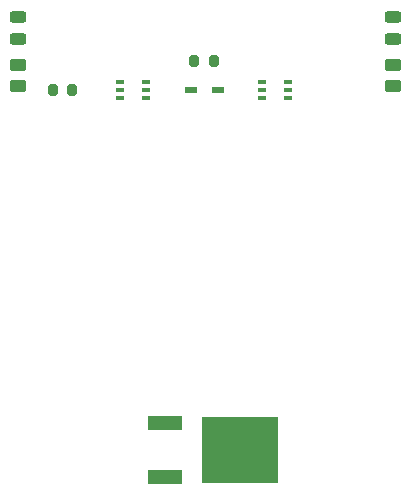
<source format=gtp>
G04 #@! TF.GenerationSoftware,KiCad,Pcbnew,7.0.2*
G04 #@! TF.CreationDate,2023-09-21T09:40:58-05:00*
G04 #@! TF.ProjectId,Power-Secondary,506f7765-722d-4536-9563-6f6e64617279,rev?*
G04 #@! TF.SameCoordinates,Original*
G04 #@! TF.FileFunction,Paste,Top*
G04 #@! TF.FilePolarity,Positive*
%FSLAX46Y46*%
G04 Gerber Fmt 4.6, Leading zero omitted, Abs format (unit mm)*
G04 Created by KiCad (PCBNEW 7.0.2) date 2023-09-21 09:40:58*
%MOMM*%
%LPD*%
G01*
G04 APERTURE LIST*
G04 Aperture macros list*
%AMRoundRect*
0 Rectangle with rounded corners*
0 $1 Rounding radius*
0 $2 $3 $4 $5 $6 $7 $8 $9 X,Y pos of 4 corners*
0 Add a 4 corners polygon primitive as box body*
4,1,4,$2,$3,$4,$5,$6,$7,$8,$9,$2,$3,0*
0 Add four circle primitives for the rounded corners*
1,1,$1+$1,$2,$3*
1,1,$1+$1,$4,$5*
1,1,$1+$1,$6,$7*
1,1,$1+$1,$8,$9*
0 Add four rect primitives between the rounded corners*
20,1,$1+$1,$2,$3,$4,$5,0*
20,1,$1+$1,$4,$5,$6,$7,0*
20,1,$1+$1,$6,$7,$8,$9,0*
20,1,$1+$1,$8,$9,$2,$3,0*%
G04 Aperture macros list end*
%ADD10RoundRect,0.243750X-0.456250X0.243750X-0.456250X-0.243750X0.456250X-0.243750X0.456250X0.243750X0*%
%ADD11RoundRect,0.200000X-0.200000X-0.275000X0.200000X-0.275000X0.200000X0.275000X-0.200000X0.275000X0*%
%ADD12R,0.750000X0.400000*%
%ADD13RoundRect,0.250000X0.450000X-0.262500X0.450000X0.262500X-0.450000X0.262500X-0.450000X-0.262500X0*%
%ADD14R,1.100000X0.500000*%
%ADD15R,2.850000X1.250000*%
%ADD16R,6.500000X5.550000*%
G04 APERTURE END LIST*
D10*
X113250000Y-55812500D03*
X113250000Y-57687500D03*
D11*
X128175000Y-59500000D03*
X129825000Y-59500000D03*
D12*
X136100000Y-62650000D03*
X136100000Y-62000000D03*
X136100000Y-61350000D03*
X133900000Y-61350000D03*
X133900000Y-62000000D03*
X133900000Y-62650000D03*
D11*
X116175000Y-62000000D03*
X117825000Y-62000000D03*
D10*
X145000000Y-55812500D03*
X145000000Y-57687500D03*
D13*
X113250000Y-61662500D03*
X113250000Y-59837500D03*
D14*
X130150000Y-62000000D03*
X127850000Y-62000000D03*
D15*
X125675000Y-90175000D03*
D16*
X132075000Y-92455000D03*
D15*
X125675000Y-94735000D03*
D13*
X145000000Y-61662500D03*
X145000000Y-59837500D03*
D12*
X124100000Y-62650000D03*
X124100000Y-62000000D03*
X124100000Y-61350000D03*
X121900000Y-61350000D03*
X121900000Y-62000000D03*
X121900000Y-62650000D03*
M02*

</source>
